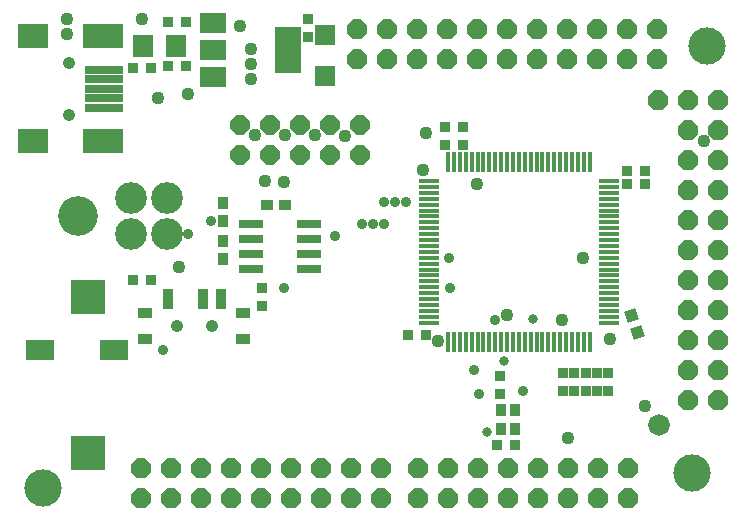
<source format=gts>
G75*
G70*
%OFA0B0*%
%FSLAX24Y24*%
%IPPOS*%
%LPD*%
%AMOC8*
5,1,8,0,0,1.08239X$1,22.5*
%
%ADD10C,0.1241*%
%ADD11R,0.0178X0.0690*%
%ADD12R,0.0690X0.0178*%
%ADD13R,0.0375X0.0375*%
%ADD14R,0.0375X0.0375*%
%ADD15R,0.0966X0.0690*%
%ADD16R,0.1044X0.0847*%
%ADD17R,0.1359X0.0847*%
%ADD18R,0.1280X0.0257*%
%ADD19C,0.0414*%
%ADD20R,0.1155X0.1155*%
%ADD21R,0.0850X0.0650*%
%ADD22R,0.0850X0.1560*%
%ADD23R,0.0840X0.0270*%
%ADD24C,0.1060*%
%ADD25C,0.1320*%
%ADD26OC8,0.0651*%
%ADD27OC8,0.0660*%
%ADD28R,0.0375X0.0414*%
%ADD29C,0.0720*%
%ADD30R,0.0651X0.0651*%
%ADD31R,0.0690X0.0769*%
%ADD32R,0.0454X0.0375*%
%ADD33R,0.0336X0.0651*%
%ADD34R,0.0414X0.0375*%
%ADD35C,0.0436*%
%ADD36C,0.0330*%
%ADD37C,0.0350*%
D10*
X001599Y001160D03*
X023224Y001660D03*
X023724Y015910D03*
D11*
X019812Y012023D03*
X019615Y012023D03*
X019419Y012023D03*
X019222Y012023D03*
X019025Y012023D03*
X018828Y012023D03*
X018631Y012023D03*
X018434Y012023D03*
X018237Y012023D03*
X018041Y012023D03*
X017844Y012023D03*
X017647Y012023D03*
X017450Y012023D03*
X017253Y012023D03*
X017056Y012023D03*
X016859Y012023D03*
X016663Y012023D03*
X016466Y012023D03*
X016269Y012023D03*
X016072Y012023D03*
X015875Y012023D03*
X015678Y012023D03*
X015481Y012023D03*
X015285Y012023D03*
X015088Y012023D03*
X015088Y006039D03*
X015285Y006039D03*
X015481Y006039D03*
X015678Y006039D03*
X015875Y006039D03*
X016072Y006039D03*
X016269Y006039D03*
X016466Y006039D03*
X016663Y006039D03*
X016859Y006039D03*
X017056Y006039D03*
X017253Y006039D03*
X017450Y006039D03*
X017647Y006039D03*
X017844Y006039D03*
X018041Y006039D03*
X018237Y006039D03*
X018434Y006039D03*
X018631Y006039D03*
X018828Y006039D03*
X019025Y006039D03*
X019222Y006039D03*
X019419Y006039D03*
X019615Y006039D03*
X019812Y006039D03*
D12*
X020442Y006669D03*
X020442Y006866D03*
X020442Y007063D03*
X020442Y007259D03*
X020442Y007456D03*
X020442Y007653D03*
X020442Y007850D03*
X020442Y008047D03*
X020442Y008244D03*
X020442Y008441D03*
X020442Y008637D03*
X020442Y008834D03*
X020442Y009031D03*
X020442Y009228D03*
X020442Y009425D03*
X020442Y009622D03*
X020442Y009819D03*
X020442Y010015D03*
X020442Y010212D03*
X020442Y010409D03*
X020442Y010606D03*
X020442Y010803D03*
X020442Y011000D03*
X020442Y011196D03*
X020442Y011393D03*
X014458Y011393D03*
X014458Y011196D03*
X014458Y011000D03*
X014458Y010803D03*
X014458Y010606D03*
X014458Y010409D03*
X014458Y010212D03*
X014458Y010015D03*
X014458Y009819D03*
X014458Y009622D03*
X014458Y009425D03*
X014458Y009228D03*
X014458Y009031D03*
X014458Y008834D03*
X014458Y008637D03*
X014458Y008441D03*
X014458Y008244D03*
X014458Y008047D03*
X014458Y007850D03*
X014458Y007653D03*
X014458Y007456D03*
X014458Y007259D03*
X014458Y007063D03*
X014458Y006866D03*
X014458Y006669D03*
D13*
X014357Y006257D03*
X013757Y006257D03*
X016812Y004879D03*
X016812Y004279D03*
X018915Y004377D03*
X019291Y004377D03*
X019672Y004377D03*
X020048Y004377D03*
X020424Y004377D03*
X020424Y004977D03*
X020048Y004977D03*
X019672Y004977D03*
X019291Y004977D03*
X018915Y004977D03*
X017334Y002598D03*
X016734Y002598D03*
X008876Y007233D03*
X008876Y007833D03*
X005174Y008081D03*
X004574Y008081D03*
X004595Y015159D03*
X005195Y015159D03*
X005753Y015223D03*
X006353Y015223D03*
X006366Y016698D03*
X005766Y016698D03*
X010406Y016780D03*
X010406Y016180D03*
X014975Y013195D03*
X014975Y012595D03*
X015575Y012597D03*
X015575Y013197D03*
X021067Y011719D03*
X021667Y011719D03*
X021663Y011294D03*
X021063Y011294D03*
D14*
G36*
X021090Y006666D02*
X020962Y007016D01*
X021312Y007144D01*
X021440Y006794D01*
X021090Y006666D01*
G37*
G36*
X021295Y006102D02*
X021167Y006452D01*
X021517Y006580D01*
X021645Y006230D01*
X021295Y006102D01*
G37*
D15*
X003953Y005744D03*
X001472Y005744D03*
D16*
X001269Y012717D03*
X001269Y016221D03*
D17*
X003592Y016221D03*
X003592Y012717D03*
D18*
X003631Y013839D03*
X003631Y014154D03*
X003631Y014469D03*
X003631Y014784D03*
X003631Y015099D03*
D19*
X002450Y015335D03*
X002450Y013602D03*
X006038Y006558D03*
X007219Y006558D03*
D20*
X003074Y007535D03*
X003074Y002335D03*
D21*
X007260Y014859D03*
X007260Y015759D03*
X007260Y016659D03*
D22*
X009740Y015769D03*
D23*
X010458Y009969D03*
X010458Y009469D03*
X010458Y008969D03*
X010458Y008469D03*
X008518Y008469D03*
X008518Y008969D03*
X008518Y009469D03*
X008518Y009969D03*
D24*
X005718Y009633D03*
X004536Y009633D03*
X004536Y010814D03*
X005718Y010814D03*
D25*
X002765Y010223D03*
D26*
X008150Y012256D03*
X009150Y012256D03*
X010150Y012256D03*
X011150Y012256D03*
X012150Y012256D03*
X012150Y013256D03*
X011150Y013256D03*
X010150Y013256D03*
X009150Y013256D03*
X008150Y013256D03*
D27*
X012050Y015444D03*
X013050Y015444D03*
X014050Y015444D03*
X015050Y015444D03*
X016050Y015444D03*
X017050Y015444D03*
X018050Y015444D03*
X019050Y015444D03*
X020050Y015444D03*
X021050Y015444D03*
X022050Y015444D03*
X022050Y016444D03*
X021050Y016444D03*
X020050Y016444D03*
X019050Y016444D03*
X018050Y016444D03*
X017050Y016444D03*
X016050Y016444D03*
X015050Y016444D03*
X014050Y016444D03*
X013050Y016444D03*
X012050Y016444D03*
X022101Y014110D03*
X023100Y014106D03*
X024100Y014106D03*
X024100Y013106D03*
X023100Y013106D03*
X023100Y012106D03*
X024100Y012106D03*
X024100Y011106D03*
X023100Y011106D03*
X023100Y010106D03*
X024100Y010106D03*
X024100Y009106D03*
X023100Y009106D03*
X023100Y008106D03*
X024100Y008106D03*
X024100Y007106D03*
X023100Y007106D03*
X023100Y006106D03*
X024100Y006106D03*
X024100Y005106D03*
X023100Y005106D03*
X023100Y004106D03*
X024100Y004106D03*
X021100Y001831D03*
X020100Y001831D03*
X019100Y001831D03*
X018100Y001831D03*
X017100Y001831D03*
X016100Y001831D03*
X015100Y001831D03*
X014100Y001831D03*
X012850Y001831D03*
X011850Y001831D03*
X010850Y001831D03*
X009850Y001831D03*
X008850Y001831D03*
X007850Y001831D03*
X006850Y001831D03*
X005850Y001831D03*
X004850Y001831D03*
X004850Y000831D03*
X005850Y000831D03*
X006850Y000831D03*
X007850Y000831D03*
X008850Y000831D03*
X009850Y000831D03*
X010850Y000831D03*
X011850Y000831D03*
X012850Y000831D03*
X014100Y000831D03*
X015100Y000831D03*
X016100Y000831D03*
X017100Y000831D03*
X018100Y000831D03*
X019100Y000831D03*
X020100Y000831D03*
X021100Y000831D03*
D28*
X017337Y003126D03*
X016845Y003126D03*
X016845Y003776D03*
X017337Y003776D03*
X007599Y008810D03*
X007599Y009410D03*
X007599Y010060D03*
X007599Y010660D03*
D29*
X022104Y003273D03*
D30*
X011000Y014892D03*
X011000Y016270D03*
D31*
X006016Y015904D03*
X004914Y015904D03*
D32*
X004994Y006991D03*
X004994Y006125D03*
X008262Y006125D03*
X008262Y006991D03*
D33*
X007514Y007444D03*
X006923Y007444D03*
X005742Y007444D03*
D34*
X009062Y010610D03*
X009662Y010610D03*
D35*
X009613Y011356D03*
X009000Y011406D03*
X008650Y012922D03*
X009650Y012922D03*
X010650Y012922D03*
X011638Y012909D03*
X014238Y011756D03*
X014350Y012985D03*
X016050Y011281D03*
X019590Y008832D03*
X017038Y006919D03*
X018900Y006744D03*
X020499Y006115D03*
X021659Y003901D03*
X019100Y002815D03*
X014770Y006069D03*
X006109Y008526D03*
X005425Y014156D03*
X006415Y014306D03*
X008525Y014797D03*
X008525Y015297D03*
X008525Y015797D03*
X008150Y016547D03*
X004900Y016797D03*
X002400Y016797D03*
X002400Y016297D03*
X023610Y012724D03*
D36*
X017912Y006799D03*
X016945Y005388D03*
X016379Y003042D03*
D37*
X016125Y004309D03*
X015950Y005094D03*
X017578Y004384D03*
X016663Y006747D03*
X015144Y007842D03*
X015119Y008842D03*
X012963Y009944D03*
X012588Y009944D03*
X012213Y009944D03*
X011337Y009573D03*
X012950Y010681D03*
X013325Y010681D03*
X013700Y010681D03*
X009606Y007843D03*
X007174Y010060D03*
X006424Y009635D03*
X005600Y005756D03*
M02*

</source>
